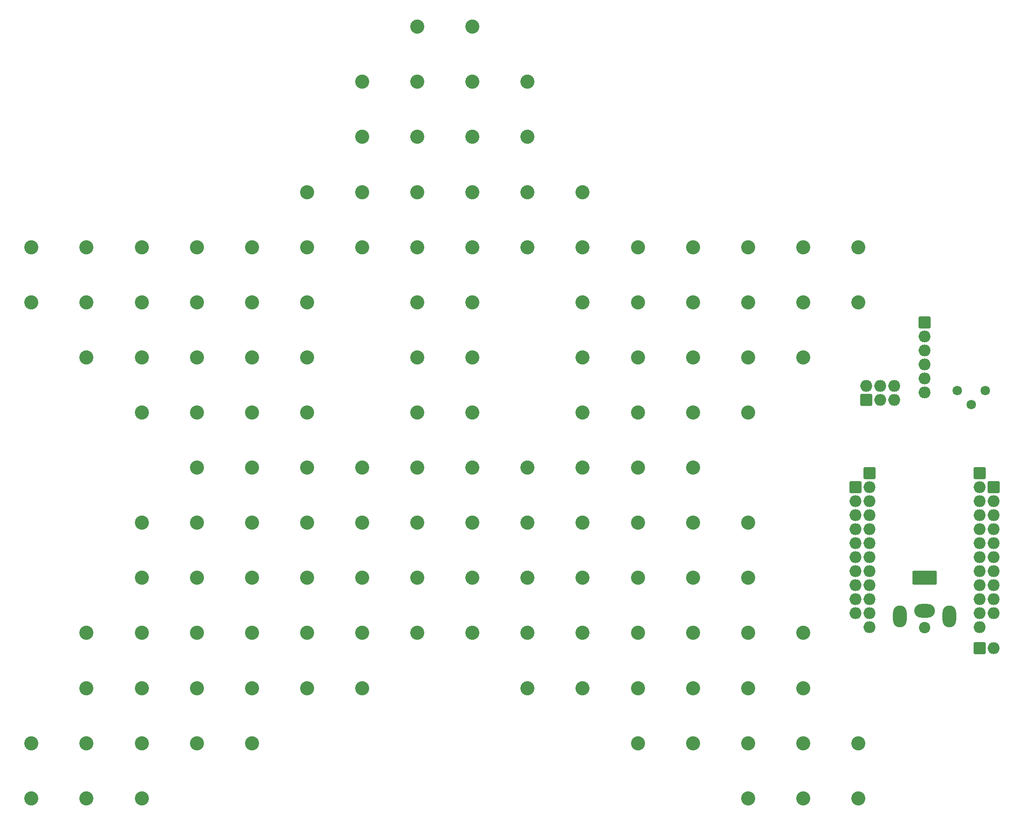
<source format=gbr>
%TF.GenerationSoftware,KiCad,Pcbnew,(6.0.7-1)-1*%
%TF.CreationDate,2022-09-29T17:17:32-06:00*%
%TF.ProjectId,starman,73746172-6d61-46e2-9e6b-696361645f70,rev?*%
%TF.SameCoordinates,Original*%
%TF.FileFunction,Soldermask,Bot*%
%TF.FilePolarity,Negative*%
%FSLAX46Y46*%
G04 Gerber Fmt 4.6, Leading zero omitted, Abs format (unit mm)*
G04 Created by KiCad (PCBNEW (6.0.7-1)-1) date 2022-09-29 17:17:32*
%MOMM*%
%LPD*%
G01*
G04 APERTURE LIST*
G04 Aperture macros list*
%AMRoundRect*
0 Rectangle with rounded corners*
0 $1 Rounding radius*
0 $2 $3 $4 $5 $6 $7 $8 $9 X,Y pos of 4 corners*
0 Add a 4 corners polygon primitive as box body*
4,1,4,$2,$3,$4,$5,$6,$7,$8,$9,$2,$3,0*
0 Add four circle primitives for the rounded corners*
1,1,$1+$1,$2,$3*
1,1,$1+$1,$4,$5*
1,1,$1+$1,$6,$7*
1,1,$1+$1,$8,$9*
0 Add four rect primitives between the rounded corners*
20,1,$1+$1,$2,$3,$4,$5,0*
20,1,$1+$1,$4,$5,$6,$7,0*
20,1,$1+$1,$6,$7,$8,$9,0*
20,1,$1+$1,$8,$9,$2,$3,0*%
G04 Aperture macros list end*
%ADD10C,2.560000*%
%ADD11C,1.720000*%
%ADD12RoundRect,0.230000X0.850000X0.850000X-0.850000X0.850000X-0.850000X-0.850000X0.850000X-0.850000X0*%
%ADD13O,2.160000X2.160000*%
%ADD14C,2.060000*%
%ADD15RoundRect,0.230000X-2.000000X-1.000000X2.000000X-1.000000X2.000000X1.000000X-2.000000X1.000000X0*%
%ADD16O,3.760000X2.460000*%
%ADD17O,2.460000X3.960000*%
%ADD18RoundRect,0.230000X-0.850000X-0.850000X0.850000X-0.850000X0.850000X0.850000X-0.850000X0.850000X0*%
%ADD19RoundRect,0.230000X0.850000X-0.850000X0.850000X0.850000X-0.850000X0.850000X-0.850000X-0.850000X0*%
G04 APERTURE END LIST*
D10*
%TO.C,D1*%
X105000000Y-35000000D03*
%TD*%
%TO.C,D2*%
X115000000Y-35000000D03*
%TD*%
%TO.C,D3*%
X95000000Y-45000000D03*
%TD*%
%TO.C,D4*%
X105000000Y-45000000D03*
%TD*%
%TO.C,D5*%
X115000000Y-45000000D03*
%TD*%
%TO.C,D6*%
X125000000Y-45000000D03*
%TD*%
%TO.C,D8*%
X105000000Y-55000000D03*
%TD*%
%TO.C,D9*%
X115000000Y-55000000D03*
%TD*%
%TO.C,D10*%
X125000000Y-55000000D03*
%TD*%
%TO.C,D11*%
X85000000Y-65000000D03*
%TD*%
%TO.C,D12*%
X95000000Y-65000000D03*
%TD*%
%TO.C,D14*%
X115000000Y-65000000D03*
%TD*%
%TO.C,D15*%
X125000000Y-65000000D03*
%TD*%
%TO.C,D16*%
X135000000Y-65000000D03*
%TD*%
%TO.C,D17*%
X35000000Y-75000000D03*
%TD*%
%TO.C,D18*%
X45000000Y-75000000D03*
%TD*%
%TO.C,D19*%
X55000000Y-75000000D03*
%TD*%
%TO.C,D20*%
X65000000Y-75000000D03*
%TD*%
%TO.C,D21*%
X75000000Y-75000000D03*
%TD*%
%TO.C,D22*%
X85000000Y-75000000D03*
%TD*%
%TO.C,D23*%
X95000000Y-75000000D03*
%TD*%
%TO.C,D25*%
X115000000Y-75000000D03*
%TD*%
%TO.C,D26*%
X125000000Y-75000000D03*
%TD*%
%TO.C,D27*%
X135000000Y-75000000D03*
%TD*%
%TO.C,D28*%
X145000000Y-75000000D03*
%TD*%
%TO.C,D29*%
X155000000Y-75000000D03*
%TD*%
%TO.C,D30*%
X165000000Y-75000000D03*
%TD*%
%TO.C,D31*%
X175000000Y-75000000D03*
%TD*%
%TO.C,D32*%
X185000000Y-75000000D03*
%TD*%
%TO.C,D33*%
X35000000Y-85000000D03*
%TD*%
%TO.C,D34*%
X45000000Y-85000000D03*
%TD*%
%TO.C,D36*%
X65000000Y-85000000D03*
%TD*%
%TO.C,D37*%
X75000000Y-85000000D03*
%TD*%
%TO.C,D39*%
X105000000Y-85000000D03*
%TD*%
%TO.C,D40*%
X115000000Y-85000000D03*
%TD*%
%TO.C,D41*%
X135000000Y-85000000D03*
%TD*%
%TO.C,D42*%
X145000000Y-85000000D03*
%TD*%
%TO.C,D43*%
X155000000Y-85000000D03*
%TD*%
%TO.C,D44*%
X165000000Y-85000000D03*
%TD*%
%TO.C,D45*%
X175000000Y-85000000D03*
%TD*%
%TO.C,D46*%
X185000000Y-85000000D03*
%TD*%
%TO.C,D47*%
X45000000Y-95000000D03*
%TD*%
%TO.C,D48*%
X55000000Y-95000000D03*
%TD*%
%TO.C,D49*%
X65000000Y-95000000D03*
%TD*%
%TO.C,D50*%
X75000000Y-95000000D03*
%TD*%
%TO.C,D51*%
X85000000Y-95000000D03*
%TD*%
%TO.C,D52*%
X105000000Y-95000000D03*
%TD*%
%TO.C,D53*%
X115000000Y-95000000D03*
%TD*%
%TO.C,D54*%
X135000000Y-95000000D03*
%TD*%
%TO.C,D55*%
X145000000Y-95000000D03*
%TD*%
%TO.C,D56*%
X155000000Y-95000000D03*
%TD*%
%TO.C,D57*%
X165000000Y-95000000D03*
%TD*%
%TO.C,D58*%
X175000000Y-95000000D03*
%TD*%
%TO.C,D59*%
X55000000Y-105000000D03*
%TD*%
%TO.C,D60*%
X65000000Y-105000000D03*
%TD*%
%TO.C,D61*%
X75000000Y-105000000D03*
%TD*%
%TO.C,D62*%
X85000000Y-105000000D03*
%TD*%
%TO.C,D64*%
X115000000Y-105000000D03*
%TD*%
%TO.C,D65*%
X135000000Y-105000000D03*
%TD*%
%TO.C,D69*%
X65000000Y-115000000D03*
%TD*%
%TO.C,D70*%
X75000000Y-115000000D03*
%TD*%
%TO.C,D71*%
X85000000Y-115000000D03*
%TD*%
%TO.C,D72*%
X95000000Y-115000000D03*
%TD*%
%TO.C,D73*%
X105000000Y-115000000D03*
%TD*%
%TO.C,D74*%
X115000000Y-115000000D03*
%TD*%
%TO.C,D75*%
X125000000Y-115000000D03*
%TD*%
%TO.C,D76*%
X135000000Y-115000000D03*
%TD*%
%TO.C,D77*%
X145000000Y-115000000D03*
%TD*%
%TO.C,D78*%
X155000000Y-115000000D03*
%TD*%
%TO.C,D79*%
X55000000Y-125000000D03*
%TD*%
%TO.C,D85*%
X115000000Y-125000000D03*
%TD*%
%TO.C,D86*%
X125000000Y-125000000D03*
%TD*%
%TO.C,D87*%
X135000000Y-125000000D03*
%TD*%
%TO.C,D88*%
X145000000Y-125000000D03*
%TD*%
%TO.C,D89*%
X155000000Y-125000000D03*
%TD*%
%TO.C,D24*%
X105000000Y-75000000D03*
%TD*%
%TO.C,D35*%
X55000000Y-85000000D03*
%TD*%
%TO.C,D90*%
X165000000Y-125000000D03*
%TD*%
%TO.C,D91*%
X55000000Y-135000000D03*
%TD*%
%TO.C,D92*%
X65000000Y-135000000D03*
%TD*%
%TO.C,D93*%
X75000000Y-135000000D03*
%TD*%
%TO.C,D94*%
X85000000Y-135000000D03*
%TD*%
%TO.C,D95*%
X95000000Y-135000000D03*
%TD*%
%TO.C,D96*%
X105000000Y-135000000D03*
%TD*%
%TO.C,D97*%
X115000000Y-135000000D03*
%TD*%
%TO.C,D98*%
X125000000Y-135000000D03*
%TD*%
%TO.C,D99*%
X135000000Y-135000000D03*
%TD*%
%TO.C,D100*%
X145000000Y-135000000D03*
%TD*%
%TO.C,D101*%
X155000000Y-135000000D03*
%TD*%
%TO.C,D102*%
X165000000Y-135000000D03*
%TD*%
%TO.C,D103*%
X45000000Y-145000000D03*
%TD*%
%TO.C,D104*%
X55000000Y-145000000D03*
%TD*%
%TO.C,D106*%
X75000000Y-145000000D03*
%TD*%
%TO.C,D107*%
X85000000Y-145000000D03*
%TD*%
%TO.C,D108*%
X95000000Y-145000000D03*
%TD*%
%TO.C,D109*%
X105000000Y-145000000D03*
%TD*%
%TO.C,D110*%
X115000000Y-145000000D03*
%TD*%
%TO.C,D111*%
X125000000Y-145000000D03*
%TD*%
%TO.C,D112*%
X135000000Y-145000000D03*
%TD*%
%TO.C,D113*%
X145000000Y-145000000D03*
%TD*%
%TO.C,D114*%
X155000000Y-145000000D03*
%TD*%
%TO.C,D115*%
X165000000Y-145000000D03*
%TD*%
%TO.C,D116*%
X175000000Y-145000000D03*
%TD*%
%TO.C,D117*%
X45000000Y-155000000D03*
%TD*%
%TO.C,D118*%
X55000000Y-155000000D03*
%TD*%
%TO.C,D119*%
X65000000Y-155000000D03*
%TD*%
%TO.C,D120*%
X75000000Y-155000000D03*
%TD*%
%TO.C,D121*%
X85000000Y-155000000D03*
%TD*%
%TO.C,D122*%
X95000000Y-155000000D03*
%TD*%
%TO.C,D123*%
X125000000Y-155000000D03*
%TD*%
%TO.C,D124*%
X135000000Y-155000000D03*
%TD*%
%TO.C,D125*%
X145000000Y-155000000D03*
%TD*%
%TO.C,D127*%
X165000000Y-155000000D03*
%TD*%
%TO.C,D128*%
X175000000Y-155000000D03*
%TD*%
%TO.C,D129*%
X35000000Y-165000000D03*
%TD*%
%TO.C,D130*%
X45000000Y-165000000D03*
%TD*%
%TO.C,D131*%
X55000000Y-165000000D03*
%TD*%
%TO.C,D132*%
X65000000Y-165000000D03*
%TD*%
%TO.C,D133*%
X75000000Y-165000000D03*
%TD*%
%TO.C,D134*%
X145000000Y-165000000D03*
%TD*%
%TO.C,D135*%
X155000000Y-165000000D03*
%TD*%
%TO.C,D136*%
X165000000Y-165000000D03*
%TD*%
%TO.C,D137*%
X175000000Y-165000000D03*
%TD*%
%TO.C,D138*%
X185000000Y-165000000D03*
%TD*%
%TO.C,D63*%
X105000000Y-105000000D03*
%TD*%
%TO.C,D80*%
X65000000Y-125000000D03*
%TD*%
%TO.C,D81*%
X75000000Y-125000000D03*
%TD*%
%TO.C,D82*%
X85000000Y-125000000D03*
%TD*%
%TO.C,D83*%
X95000000Y-125000000D03*
%TD*%
%TO.C,D84*%
X105000000Y-125000000D03*
%TD*%
%TO.C,D66*%
X145000000Y-105000000D03*
%TD*%
%TO.C,D67*%
X155000000Y-105000000D03*
%TD*%
%TO.C,D68*%
X165000000Y-105000000D03*
%TD*%
%TO.C,D139*%
X35000000Y-175000000D03*
%TD*%
%TO.C,D140*%
X45000000Y-175000000D03*
%TD*%
%TO.C,D141*%
X55000000Y-175000000D03*
%TD*%
%TO.C,D142*%
X165000000Y-175000000D03*
%TD*%
%TO.C,D143*%
X175000000Y-175000000D03*
%TD*%
%TO.C,D144*%
X185000000Y-175000000D03*
%TD*%
%TO.C,D38*%
X85000000Y-85000000D03*
%TD*%
%TO.C,D7*%
X95000000Y-55000000D03*
%TD*%
%TO.C,D13*%
X105000000Y-65000000D03*
%TD*%
%TO.C,D126*%
X155000000Y-155000000D03*
%TD*%
%TO.C,D105*%
X65000000Y-145000000D03*
%TD*%
D11*
%TO.C,RV1*%
X208025000Y-101000000D03*
X205485000Y-103540000D03*
X202945000Y-101000000D03*
%TD*%
D12*
%TO.C,J6*%
X207000000Y-116025000D03*
D13*
X207000000Y-118565000D03*
X207000000Y-121105000D03*
X207000000Y-123645000D03*
X207000000Y-126185000D03*
X207000000Y-128725000D03*
X207000000Y-131265000D03*
X207000000Y-133805000D03*
X207000000Y-136345000D03*
X207000000Y-138885000D03*
X207000000Y-141425000D03*
X207000000Y-143965000D03*
%TD*%
D14*
%TO.C,J10*%
X197000000Y-144000000D03*
D15*
X197000000Y-135000000D03*
D16*
X197000000Y-141000000D03*
D17*
X192500000Y-142000000D03*
X201500000Y-142000000D03*
%TD*%
D18*
%TO.C,J9*%
X184500000Y-118575000D03*
D13*
X184500000Y-121115000D03*
X184500000Y-123655000D03*
X184500000Y-126195000D03*
X184500000Y-128735000D03*
X184500000Y-131275000D03*
X184500000Y-133815000D03*
X184500000Y-136355000D03*
X184500000Y-138895000D03*
X184500000Y-141435000D03*
%TD*%
D12*
%TO.C,J8*%
X187040000Y-116035000D03*
D13*
X187040000Y-118575000D03*
X187040000Y-121115000D03*
X187040000Y-123655000D03*
X187040000Y-126195000D03*
X187040000Y-128735000D03*
X187040000Y-131275000D03*
X187040000Y-133815000D03*
X187040000Y-136355000D03*
X187040000Y-138895000D03*
X187040000Y-141435000D03*
X187040000Y-143975000D03*
%TD*%
D18*
%TO.C,J7*%
X209540000Y-118565000D03*
D13*
X209540000Y-121105000D03*
X209540000Y-123645000D03*
X209540000Y-126185000D03*
X209540000Y-128725000D03*
X209540000Y-131265000D03*
X209540000Y-133805000D03*
X209540000Y-136345000D03*
X209540000Y-138885000D03*
X209540000Y-141425000D03*
%TD*%
D19*
%TO.C,J5*%
X186475000Y-102700000D03*
D13*
X186475000Y-100160000D03*
X189015000Y-102700000D03*
X189015000Y-100160000D03*
X191555000Y-102700000D03*
X191555000Y-100160000D03*
%TD*%
D12*
%TO.C,J4*%
X197000000Y-88700000D03*
D13*
X197000000Y-91240000D03*
X197000000Y-93780000D03*
X197000000Y-96320000D03*
X197000000Y-98860000D03*
X197000000Y-101400000D03*
%TD*%
D19*
%TO.C,J11*%
X207010000Y-147775000D03*
D13*
X209550000Y-147775000D03*
%TD*%
M02*

</source>
